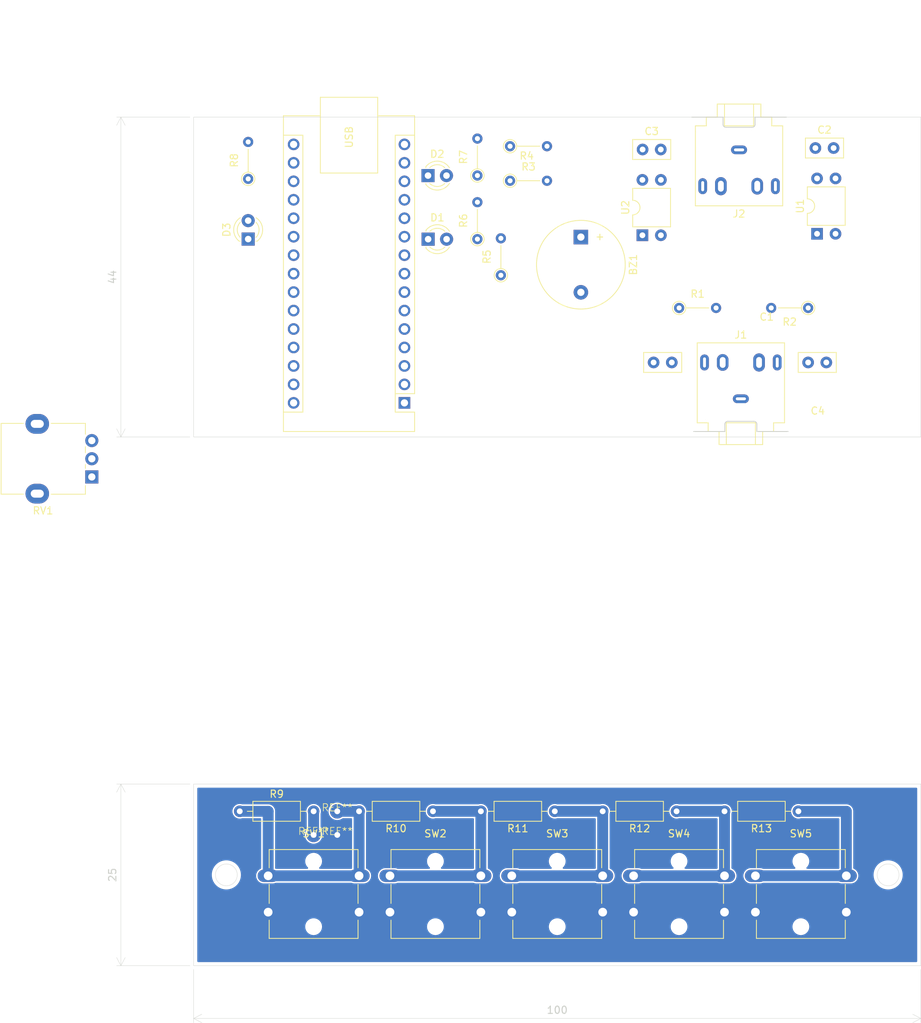
<source format=kicad_pcb>
(kicad_pcb (version 20241229) (generator "pcbnew") (generator_version "9.0")
  (layers (0 "F.Cu" signal) (2 "B.Cu" signal) (15 "B.Paste" user) (5 "F.SilkS" user "F.Silkscreen") (7 "B.SilkS" user "B.Silkscreen") (1 "F.Mask" user) (3 "B.Mask" user) (25 "Edge.Cuts" user))
  (net 0 "")
  (net 1 "Net-(A1-A1)")
  (net 2 "Net-(A1-A0)")
  (net 6 "Net-(A1-D2)")
  (net 9 "+5V")
  (net 10 "Net-(A1-D13)")
  (net 11 "Net-(A1-D4)")
  (net 13 "Net-(A1-D11)")
  (net 23 "GND")
  (net 27 "Net-(A1-D12)")
  (net 29 "Net-(A1-D3)")
  (net 30 "Net-(BZ1-+)")
  (net 31 "Net-(C2-Pad2)")
  (net 32 "Net-(C2-Pad1)")
  (net 33 "Net-(C3-Pad1)")
  (net 34 "Net-(D1-A)")
  (net 35 "Net-(D2-A)")
  (net 36 "Net-(D3-A)")
  (net 37 "Net-(R3-Pad2)")
  (net 38 "Net-(R4-Pad2)")
  (net 39 "Net-(R10-Pad1)")
  (net 40 "Net-(R11-Pad1)")
  (net 41 "Net-(R12-Pad1)")
  (net 42 "Net-(R13-Pad1)")
  (net 43 "/A1")
  (footprint "Buzzer_Beeper:Buzzer_12x9.5RM7.6" (layer "F.Cu") (at 100 80.5 -90)
    (property "Reference" "BZ1" (at 3.8 -7.2 90) (layer "F.SilkS"))
    (property "Value" "Buzzer")
    (fp_circle (center 3.8 0) (end 9.9 0) (stroke (width 0.12)) (fill no) (layer "F.SilkS"))
    (fp_text user "+" (at -0.01 -2.54 90) (layer "F.SilkS"))
    (pad "1" thru_hole rect (at 0 0 270) (size 2 2) (drill 1) (layers "*.Cu" "*.Mask") (net 30 "Net-(BZ1-+)"))
    (pad "2" thru_hole circle (at 7.6 0 270) (size 2 2) (drill 1) (layers "*.Cu" "*.Mask") (net 23 "GND"))
  )
  (footprint "Package_DIP:DIP-4_W7.62mm" (layer "F.Cu") (at 132.475 80.05 90)
    (property "Reference" "U1" (at 3.81 -2.33 90) (layer "F.SilkS"))
    (property "Value" "PC817")
    (fp_line (start 6.46 -1.33) (end 4.81 -1.33) (stroke (width 0.12)) (layer "F.SilkS"))
    (fp_line (start 2.81 -1.33) (end 1.16 -1.33) (stroke (width 0.12)) (layer "F.SilkS"))
    (fp_line (start 1.16 -1.33) (end 1.16 3.87) (stroke (width 0.12)) (layer "F.SilkS"))
    (fp_line (start 6.46 3.87) (end 6.46 -1.33) (stroke (width 0.12)) (layer "F.SilkS"))
    (fp_line (start 1.16 3.87) (end 6.46 3.87) (stroke (width 0.12)) (layer "F.SilkS"))
    (fp_arc (start 4.81 -1.33) (mid 3.81 -0.33) (end 2.81 -1.33) (stroke (width 0.12)) (layer "F.SilkS"))
    (pad "1" thru_hole rect (at 0 0 90) (size 1.6 1.6) (drill 0.8) (layers "*.Cu" "*.Mask") (net 37 "Net-(R3-Pad2)"))
    (pad "2" thru_hole oval (at 0 2.54 90) (size 1.6 1.6) (drill 0.8) (layers "*.Cu" "*.Mask") (net 23 "GND"))
    (pad "3" thru_hole oval (at 7.62 2.54 90) (size 1.6 1.6) (drill 0.8) (layers "*.Cu" "*.Mask") (net 31 "Net-(C2-Pad2)"))
    (pad "4" thru_hole oval (at 7.62 0 90) (size 1.6 1.6) (drill 0.8) (layers "*.Cu" "*.Mask") (net 32 "Net-(C2-Pad1)"))
  )
  (footprint "Resistor_THT:R_Axial_DIN0207_L6.3mm_D2.5mm_P10.16mm_Horizontal" (layer "F.Cu") (at 53.09 159.5)
    (property "Reference" "R9" (at 5.08 -2.37 0) (layer "F.SilkS"))
    (property "Value" "10k")
    (fp_line (start 1.04 0) (end 1.81 0) (stroke (width 0.12)) (layer "F.SilkS"))
    (fp_line (start 1.81 -1.37) (end 1.81 1.37) (stroke (width 0.12)) (layer "F.SilkS"))
    (fp_line (start 1.81 1.37) (end 8.35 1.37) (stroke (width 0.12)) (layer "F.SilkS"))
    (fp_line (start 8.35 -1.37) (end 1.81 -1.37) (stroke (width 0.12)) (layer "F.SilkS"))
    (fp_line (start 8.35 1.37) (end 8.35 -1.37) (stroke (width 0.12)) (layer "F.SilkS"))
    (fp_line (start 9.12 0) (end 8.35 0) (stroke (width 0.12)) (layer "F.SilkS"))
    (pad "1" thru_hole circle (at 0 0) (size 1.6 1.6) (drill 0.8) (layers "*.Cu" "*.Mask") (net 43 "/A1"))
    (pad "2" thru_hole oval (at 10.16 0) (size 1.6 1.6) (drill 0.8) (layers "*.Cu" "*.Mask") (net 9 "+5V"))
  )
  (footprint "Module:Arduino_Nano" (layer "F.Cu") (at 75.74 103.31 180)
    (property "Reference" "A1" (hide yes))
    (property "Value" "Arduino_Nano_v3.x")
    (fp_line (start 16.64 39.5) (end 16.64 -3.94) (stroke (width 0.12)) (layer "F.SilkS"))
    (fp_line (start 16.64 39.5) (end 11.56 39.5) (stroke (width 0.12)) (layer "F.SilkS"))
    (fp_line (start 16.64 -3.94) (end -1.4 -3.94) (stroke (width 0.12)) (layer "F.SilkS"))
    (fp_line (start 13.97 36.83) (end 16.64 36.83) (stroke (width 0.12)) (layer "F.SilkS"))
    (fp_line (start 13.97 -1.27) (end 16.64 -1.27) (stroke (width 0.12)) (layer "F.SilkS"))
    (fp_line (start 13.97 -1.27) (end 13.97 36.83) (stroke (width 0.12)) (layer "F.SilkS"))
    (fp_line (start 11.56 42.04) (end 3.68 42.04) (stroke (width 0.12)) (layer "F.SilkS"))
    (fp_line (start 11.56 31.62) (end 11.56 42.04) (stroke (width 0.12)) (layer "F.SilkS"))
    (fp_line (start 3.68 42.04) (end 3.68 31.62) (stroke (width 0.12)) (layer "F.SilkS"))
    (fp_line (start 3.68 31.62) (end 11.56 31.62) (stroke (width 0.12)) (layer "F.SilkS"))
    (fp_line (start 1.27 36.83) (end -1.4 36.83) (stroke (width 0.12)) (layer "F.SilkS"))
    (fp_line (start 1.27 1.27) (end 1.27 36.83) (stroke (width 0.12)) (layer "F.SilkS"))
    (fp_line (start 1.27 1.27) (end 1.27 -1.27) (stroke (width 0.12)) (layer "F.SilkS"))
    (fp_line (start 1.27 1.27) (end -1.4 1.27) (stroke (width 0.12)) (layer "F.SilkS"))
    (fp_line (start 1.27 -1.27) (end -1.4 -1.27) (stroke (width 0.12)) (layer "F.SilkS"))
    (fp_line (start -1.4 39.5) (end 3.68 39.5) (stroke (width 0.12)) (layer "F.SilkS"))
    (fp_line (start -1.4 1.27) (end -1.4 39.5) (stroke (width 0.12)) (layer "F.SilkS"))
    (fp_line (start -1.4 -3.94) (end -1.4 -1.27) (stroke (width 0.12)) (layer "F.SilkS"))
    (fp_text user "USB" (at 7.61 36.56 90) (layer "F.SilkS"))
    (pad "1" thru_hole rect (at 0 0 180) (size 1.6 1.6) (drill 1) (layers "*.Cu" "*.Mask"))
    (pad "2" thru_hole oval (at 0 2.54 180) (size 1.6 1.6) (drill 1) (layers "*.Cu" "*.Mask"))
    (pad "3" thru_hole oval (at 0 5.08 180) (size 1.6 1.6) (drill 1) (layers "*.Cu" "*.Mask"))
    (pad "4" thru_hole oval (at 0 7.62 180) (size 1.6 1.6) (drill 1) (layers "*.Cu" "*.Mask") (net 23 "GND"))
    (pad "5" thru_hole oval (at 0 10.16 180) (size 1.6 1.6) (drill 1) (layers "*.Cu" "*.Mask") (net 6 "Net-(A1-D2)"))
    (pad "6" thru_hole oval (at 0 12.7 180) (size 1.6 1.6) (drill 1) (layers "*.Cu" "*.Mask") (net 29 "Net-(A1-D3)"))
    (pad "7" thru_hole oval (at 0 15.24 180) (size 1.6 1.6) (drill 1) (layers "*.Cu" "*.Mask") (net 11 "Net-(A1-D4)"))
    (pad "8" thru_hole oval (at 0 17.78 180) (size 1.6 1.6) (drill 1) (layers "*.Cu" "*.Mask"))
    (pad "9" thru_hole oval (at 0 20.32 180) (size 1.6 1.6) (drill 1) (layers "*.Cu" "*.Mask"))
    (pad "10" thru_hole oval (at 0 22.86 180) (size 1.6 1.6) (drill 1) (layers "*.Cu" "*.Mask"))
    (pad "11" thru_hole oval (at 0 25.4 180) (size 1.6 1.6) (drill 1) (layers "*.Cu" "*.Mask"))
    (pad "12" thru_hole oval (at 0 27.94 180) (size 1.6 1.6) (drill 1) (layers "*.Cu" "*.Mask"))
    (pad "13" thru_hole oval (at 0 30.48 180) (size 1.6 1.6) (drill 1) (layers "*.Cu" "*.Mask"))
    (pad "14" thru_hole oval (at 0 33.02 180) (size 1.6 1.6) (drill 1) (layers "*.Cu" "*.Mask") (net 13 "Net-(A1-D11)"))
    (pad "15" thru_hole oval (at 0 35.56 180) (size 1.6 1.6) (drill 1) (layers "*.Cu" "*.Mask") (net 27 "Net-(A1-D12)"))
    (pad "16" thru_hole oval (at 15.24 35.56 180) (size 1.6 1.6) (drill 1) (layers "*.Cu" "*.Mask") (net 10 "Net-(A1-D13)"))
    (pad "17" thru_hole oval (at 15.24 33.02 180) (size 1.6 1.6) (drill 1) (layers "*.Cu" "*.Mask"))
    (pad "18" thru_hole oval (at 15.24 30.48 180) (size 1.6 1.6) (drill 1) (layers "*.Cu" "*.Mask"))
    (pad "19" thru_hole oval (at 15.24 27.94 180) (size 1.6 1.6) (drill 1) (layers "*.Cu" "*.Mask") (net 2 "Net-(A1-A0)"))
    (pad "20" thru_hole oval (at 15.24 25.4 180) (size 1.6 1.6) (drill 1) (layers "*.Cu" "*.Mask") (net 43 "/A1"))
    (pad "21" thru_hole oval (at 15.24 22.86 180) (size 1.6 1.6) (drill 1) (layers "*.Cu" "*.Mask"))
    (pad "22" thru_hole oval (at 15.24 20.32 180) (size 1.6 1.6) (drill 1) (layers "*.Cu" "*.Mask"))
    (pad "23" thru_hole oval (at 15.24 17.78 180) (size 1.6 1.6) (drill 1) (layers "*.Cu" "*.Mask"))
    (pad "24" thru_hole oval (at 15.24 15.24 180) (size 1.6 1.6) (drill 1) (layers "*.Cu" "*.Mask"))
    (pad "25" thru_hole oval (at 15.24 12.7 180) (size 1.6 1.6) (drill 1) (layers "*.Cu" "*.Mask"))
    (pad "26" thru_hole oval (at 15.24 10.16 180) (size 1.6 1.6) (drill 1) (layers "*.Cu" "*.Mask"))
    (pad "27" thru_hole oval (at 15.24 7.62 180) (size 1.6 1.6) (drill 1) (layers "*.Cu" "*.Mask") (net 9 "+5V"))
    (pad "28" thru_hole oval (at 15.24 5.08 180) (size 1.6 1.6) (drill 1) (layers "*.Cu" "*.Mask"))
    (pad "29" thru_hole oval (at 15.24 2.54 180) (size 1.6 1.6) (drill 1) (layers "*.Cu" "*.Mask") (net 23 "GND"))
    (pad "30" thru_hole oval (at 15.24 0 180) (size 1.6 1.6) (drill 1) (layers "*.Cu" "*.Mask"))
  )
  (footprint "Connector_Audio:Jack_3.5mm_CUI_SJ1-3525N_Horizontal" (layer "F.Cu") (at 122 102.75)
    (property "Reference" "J1" (at 0 -8.8 0) (layer "F.SilkS"))
    (property "Value" "INPUT KEY")
    (fp_line (start -6 -7.7) (end 6 -7.7) (stroke (width 0.12)) (layer "F.SilkS"))
    (fp_line (start -6 3.3) (end -6 -7.7) (stroke (width 0.12)) (layer "F.SilkS"))
    (fp_line (start -4.5 3.3) (end -6 3.3) (stroke (width 0.12)) (layer "F.SilkS"))
    (fp_line (start -4.5 4.5) (end -4.5 3.3) (stroke (width 0.12)) (layer "F.SilkS"))
    (fp_line (start -3 4.5) (end -4.5 4.5) (stroke (width 0.12)) (layer "F.SilkS"))
    (fp_line (start -3 6.3) (end -3 4.5) (stroke (width 0.12)) (layer "F.SilkS"))
    (fp_line (start -2 3.3) (end -2 6.3) (stroke (width 0.12)) (layer "F.SilkS"))
    (fp_line (start 2 3.3) (end -2 3.3) (stroke (width 0.12)) (layer "F.SilkS"))
    (fp_line (start 2 6.3) (end 2 3.3) (stroke (width 0.12)) (layer "F.SilkS"))
    (fp_line (start 3 4.5) (end 3 6.3) (stroke (width 0.12)) (layer "F.SilkS"))
    (fp_line (start 3 6.3) (end -3 6.3) (stroke (width 0.12)) (layer "F.SilkS"))
    (fp_line (start 4.5 3.3) (end 4.5 4.5) (stroke (width 0.12)) (layer "F.SilkS"))
    (fp_line (start 4.5 4.5) (end 3 4.5) (stroke (width 0.12)) (layer "F.SilkS"))
    (fp_line (start 6 -7.7) (end 6 3.3) (stroke (width 0.12)) (layer "F.SilkS"))
    (fp_line (start 6 3.3) (end 4.5 3.3) (stroke (width 0.12)) (layer "F.SilkS"))
    (fp_line (start -2.2 3.5) (end -2.2 4.5) (stroke (width 0.12)) (layer "Edge.Cuts"))
    (fp_line (start -2.2 4.5) (end -6.5 4.5) (stroke (width 0.12)) (layer "Edge.Cuts"))
    (fp_line (start 1.8 3.1) (end -1.8 3.1) (stroke (width 0.12)) (layer "Edge.Cuts"))
    (fp_line (start 2.2 3.5) (end 2.2 4.5) (stroke (width 0.12)) (layer "Edge.Cuts"))
    (fp_line (start 2.2 4.5) (end 6.5 4.5) (stroke (width 0.12)) (layer "Edge.Cuts"))
    (fp_arc (start -2.2 3.5) (mid -2.082842 3.217158) (end -1.8 3.1) (stroke (width 0.12)) (layer "Edge.Cuts"))
    (fp_arc (start 1.8 3.1) (mid 2.082843 3.217157) (end 2.2 3.5) (stroke (width 0.12)) (layer "Edge.Cuts"))
    (pad "" np_thru_hole circle (at -5 0) (size 1.2 1.2) (drill 1.2) (layers "*.Cu" "*.Mask"))
    (pad "" np_thru_hole circle (at -5 2.5) (size 1.2 1.2) (drill 1.2) (layers "*.Cu" "*.Mask"))
    (pad "" np_thru_hole circle (at 0 -5) (size 1.2 1.2) (drill 1.2) (layers "*.Cu" "*.Mask"))
    (pad "" np_thru_hole circle (at 5 0) (size 1.2 1.2) (drill 1.2) (layers "*.Cu" "*.Mask"))
    (pad "" np_thru_hole circle (at 5 2.5) (size 1.2 1.2) (drill 1.2) (layers "*.Cu" "*.Mask"))
    (pad "R" thru_hole oval (at -5 -5) (size 1.2 2.2) (drill oval 0.4 1.4) (layers "*.Cu" "*.Mask") (net 29 "Net-(A1-D3)"))
    (pad "RN" thru_hole oval (at -2.5 -5) (size 1.6 2.3) (drill oval 0.8 1.5) (layers "*.Cu" "*.Mask"))
    (pad "S" thru_hole oval (at 0 0) (size 2.2 1.2) (drill oval 1.4 0.4) (layers "*.Cu" "*.Mask") (net 23 "GND"))
    (pad "T" thru_hole oval (at 5 -5 180) (size 1.2 2.2) (drill oval 0.4 1.4) (layers "*.Cu" "*.Mask") (net 6 "Net-(A1-D2)"))
    (pad "TN" thru_hole oval (at 2.5 -5 180) (size 1.6 2.5) (drill oval 0.8 1.5) (layers "*.Cu" "*.Mask"))
  )
  (footprint "Resistor_THT:R_Axial_DIN0204_L3.6mm_D1.6mm_P5.08mm_Vertical" (layer "F.Cu") (at 89 85.75 90)
    (property "Reference" "R5" (at 2.54 -1.92 90) (layer "F.SilkS"))
    (property "Value" "100")
    (fp_line (start 0.92 0) (end 4.08 0) (stroke (width 0.12)) (layer "F.SilkS"))
    (fp_circle (center 0 0) (end 0.92 0) (stroke (width 0.12)) (fill no) (layer "F.SilkS"))
    (pad "1" thru_hole circle (at 0 0 90) (size 1.4 1.4) (drill 0.7) (layers "*.Cu" "*.Mask") (net 11 "Net-(A1-D4)"))
    (pad "2" thru_hole oval (at 5.08 0 90) (size 1.4 1.4) (drill 0.7) (layers "*.Cu" "*.Mask") (net 30 "Net-(BZ1-+)"))
  )
  (footprint "Button_Switch_THT:SW_SPST_Omron_B3F-50xx" (layer "F.Cu") (at 124 168.375)
    (property "Reference" "SW5" (at 6.25 -5.8 0) (layer "F.SilkS"))
    (property "Value" "MEM4")
    (fp_line (start 0.14 -3.61) (end 0.14 -1.1) (stroke (width 0.12)) (layer "F.SilkS"))
    (fp_line (start 0.14 -3.61) (end 12.36 -3.61) (stroke (width 0.12)) (layer "F.SilkS"))
    (fp_line (start 0.14 1.2) (end 0.14 3.8) (stroke (width 0.12)) (layer "F.SilkS"))
    (fp_line (start 0.14 6.1) (end 0.14 8.61) (stroke (width 0.12)) (layer "F.SilkS"))
    (fp_line (start 12.36 -3.61) (end 12.36 -1.1) (stroke (width 0.12)) (layer "F.SilkS"))
    (fp_line (start 12.36 1.2) (end 12.36 3.8) (stroke (width 0.12)) (layer "F.SilkS"))
    (fp_line (start 12.36 6.1) (end 12.36 8.61) (stroke (width 0.12)) (layer "F.SilkS"))
    (fp_line (start 12.36 8.61) (end 0.14 8.61) (stroke (width 0.12)) (layer "F.SilkS"))
    (pad "" np_thru_hole circle (at 6.25 -2) (size 1.8 1.8) (drill 1.8) (layers "*.Cu" "*.Mask"))
    (pad "" np_thru_hole circle (at 6.25 7) (size 1.8 1.8) (drill 1.8) (layers "*.Cu" "*.Mask"))
    (pad "1" thru_hole oval (at 0 0) (size 2.9 1.7) (drill 1.2) (layers "*.Cu" "*.Mask") (net 42 "Net-(R13-Pad1)"))
    (pad "1" thru_hole oval (at 12.5 0) (size 2.9 1.7) (drill 1.2) (layers "*.Cu" "*.Mask") (net 42 "Net-(R13-Pad1)"))
    (pad "2" thru_hole oval (at 0 5) (size 2.9 1.7) (drill 1.2) (layers "*.Cu" "*.Mask") (net 23 "GND"))
    (pad "2" thru_hole oval (at 12.5 5) (size 2.9 1.7) (drill 1.2) (layers "*.Cu" "*.Mask") (net 23 "GND"))
  )
  (footprint "Capacitor_THT:C_Disc_D5.0mm_W2.5mm_P2.50mm" (layer "F.Cu") (at 108.485 68.45)
    (property "Reference" "C3" (at 1.25 -2.5 0) (layer "F.SilkS"))
    (property "Value" "10nF")
    (fp_line (start -1.37 -1.37) (end -1.37 1.37) (stroke (width 0.12)) (layer "F.SilkS"))
    (fp_line (start -1.37 -1.37) (end 3.87 -1.37) (stroke (width 0.12)) (layer "F.SilkS"))
    (fp_line (start -1.37 1.37) (end 3.87 1.37) (stroke (width 0.12)) (layer "F.SilkS"))
    (fp_line (start 3.87 -1.37) (end 3.87 1.37) (stroke (width 0.12)) (layer "F.SilkS"))
    (pad "1" thru_hole circle (at 0 0) (size 1.6 1.6) (drill 0.8) (layers "*.Cu" "*.Mask") (net 33 "Net-(C3-Pad1)"))
    (pad "2" thru_hole circle (at 2.5 0) (size 1.6 1.6) (drill 0.8) (layers "*.Cu" "*.Mask") (net 31 "Net-(C2-Pad2)"))
  )
  (footprint "Button_Switch_THT:SW_SPST_Omron_B3F-50xx" (layer "F.Cu") (at 73.75 168.375)
    (property "Reference" "SW2" (at 6.25 -5.8 0) (layer "F.SilkS"))
    (property "Value" "MEM1")
    (fp_line (start 0.14 -3.61) (end 0.14 -1.1) (stroke (width 0.12)) (layer "F.SilkS"))
    (fp_line (start 0.14 -3.61) (end 12.36 -3.61) (stroke (width 0.12)) (layer "F.SilkS"))
    (fp_line (start 0.14 1.2) (end 0.14 3.8) (stroke (width 0.12)) (layer "F.SilkS"))
    (fp_line (start 0.14 6.1) (end 0.14 8.61) (stroke (width 0.12)) (layer "F.SilkS"))
    (fp_line (start 12.36 -3.61) (end 12.36 -1.1) (stroke (width 0.12)) (layer "F.SilkS"))
    (fp_line (start 12.36 1.2) (end 12.36 3.8) (stroke (width 0.12)) (layer "F.SilkS"))
    (fp_line (start 12.36 6.1) (end 12.36 8.61) (stroke (width 0.12)) (layer "F.SilkS"))
    (fp_line (start 12.36 8.61) (end 0.14 8.61) (stroke (width 0.12)) (layer "F.SilkS"))
    (pad "" np_thru_hole circle (at 6.25 -2) (size 1.8 1.8) (drill 1.8) (layers "*.Cu" "*.Mask"))
    (pad "" np_thru_hole circle (at 6.25 7) (size 1.8 1.8) (drill 1.8) (layers "*.Cu" "*.Mask"))
    (pad "1" thru_hole oval (at 0 0) (size 2.9 1.7) (drill 1.2) (layers "*.Cu" "*.Mask") (net 39 "Net-(R10-Pad1)"))
    (pad "1" thru_hole oval (at 12.5 0) (size 2.9 1.7) (drill 1.2) (layers "*.Cu" "*.Mask") (net 39 "Net-(R10-Pad1)"))
    (pad "2" thru_hole oval (at 0 5) (size 2.9 1.7) (drill 1.2) (layers "*.Cu" "*.Mask") (net 23 "GND"))
    (pad "2" thru_hole oval (at 12.5 5) (size 2.9 1.7) (drill 1.2) (layers "*.Cu" "*.Mask") (net 23 "GND"))
  )
  (footprint "LED_THT:LED_D3.0mm" (layer "F.Cu") (at 78.98 72.04)
    (property "Reference" "D2" (at 1.27 -2.96 0) (layer "F.SilkS"))
    (property "Value" "LED")
    (fp_line (start -0.29 -1.08) (end -0.29 -1.236) (stroke (width 0.12)) (layer "F.SilkS"))
    (fp_line (start -0.29 1.236) (end -0.29 1.08) (stroke (width 0.12)) (layer "F.SilkS"))
    (fp_arc (start -0.29 -1.235516) (mid 1.366487 -1.987659) (end 2.942335 -1.078608) (stroke (width 0.12)) (layer "F.SilkS"))
    (fp_arc (start 0.229039 -1.08) (mid 1.270117 -1.5) (end 2.31113 -1.079837) (stroke (width 0.12)) (layer "F.SilkS"))
    (fp_arc (start 2.31113 1.079837) (mid 1.270117 1.5) (end 0.229039 1.08) (stroke (width 0.12)) (layer "F.SilkS"))
    (fp_arc (start 2.942335 1.078608) (mid 1.366487 1.987659) (end -0.29 1.235516) (stroke (width 0.12)) (layer "F.SilkS"))
    (pad "1" thru_hole rect (at 0 0) (size 1.8 1.8) (drill 0.9) (layers "*.Cu" "*.Mask") (net 23 "GND"))
    (pad "2" thru_hole circle (at 2.54 0) (size 1.8 1.8) (drill 0.9) (layers "*.Cu" "*.Mask") (net 35 "Net-(D2-A)"))
  )
  (footprint "Resistor_THT:R_Axial_DIN0207_L6.3mm_D2.5mm_P10.16mm_Horizontal" (layer "F.Cu") (at 96.41 159.5 180)
    (property "Reference" "R11" (at 5.08 -2.37 180) (layer "F.SilkS"))
    (property "Value" "1k")
    (fp_line (start 9.12 0) (end 8.35 0) (stroke (width 0.12)) (layer "F.SilkS"))
    (fp_line (start 8.35 1.37) (end 8.35 -1.37) (stroke (width 0.12)) (layer "F.SilkS"))
    (fp_line (start 8.35 -1.37) (end 1.81 -1.37) (stroke (width 0.12)) (layer "F.SilkS"))
    (fp_line (start 1.81 1.37) (end 8.35 1.37) (stroke (width 0.12)) (layer "F.SilkS"))
    (fp_line (start 1.81 -1.37) (end 1.81 1.37) (stroke (width 0.12)) (layer "F.SilkS"))
    (fp_line (start 1.04 0) (end 1.81 0) (stroke (width 0.12)) (layer "F.SilkS"))
    (pad "1" thru_hole circle (at 0 0 180) (size 1.6 1.6) (drill 0.8) (layers "*.Cu" "*.Mask") (net 40 "Net-(R11-Pad1)"))
    (pad "2" thru_hole oval (at 10.16 0 180) (size 1.6 1.6) (drill 0.8) (layers "*.Cu" "*.Mask") (net 39 "Net-(R10-Pad1)"))
  )
  (footprint "Resistor_THT:R_Axial_DIN0204_L3.6mm_D1.6mm_P5.08mm_Vertical" (layer "F.Cu") (at 85.77 72.03 90)
    (property "Reference" "R7" (at 2.54 -1.92 90) (layer "F.SilkS"))
    (property "Value" "470")
    (fp_line (start 0.92 0) (end 4.08 0) (stroke (width 0.12)) (layer "F.SilkS"))
    (fp_circle (center 0 0) (end 0.92 0) (stroke (width 0.12)) (fill no) (layer "F.SilkS"))
    (pad "1" thru_hole circle (at 0 0 90) (size 1.4 1.4) (drill 0.7) (layers "*.Cu" "*.Mask") (net 35 "Net-(D2-A)"))
    (pad "2" thru_hole oval (at 5.08 0 90) (size 1.4 1.4) (drill 0.7) (layers "*.Cu" "*.Mask") (net 27 "Net-(A1-D12)"))
  )
  (footprint "Resistor_THT:R_Axial_DIN0204_L3.6mm_D1.6mm_P5.08mm_Vertical" (layer "F.Cu") (at 131.25 90.25 180)
    (property "Reference" "R2" (at 2.54 -1.92 0) (layer "F.SilkS"))
    (property "Value" "10k")
    (fp_line (start 0.92 0) (end 4.08 0) (stroke (width 0.12)) (layer "F.SilkS"))
    (fp_circle (center 0 0) (end 0.92 0) (stroke (width 0.12)) (fill no) (layer "F.SilkS"))
    (pad "1" thru_hole circle (at 0 0 180) (size 1.4 1.4) (drill 0.7) (layers "*.Cu" "*.Mask") (net 6 "Net-(A1-D2)"))
    (pad "2" thru_hole oval (at 5.08 0 180) (size 1.4 1.4) (drill 0.7) (layers "*.Cu" "*.Mask") (net 9 "+5V"))
  )
  (footprint "Potentiometer_THT:Potentiometer_Alpha_RD901F-40-00D_Single_Vertical" (layer "F.Cu") (at 32.75 113.5 180)
    (property "Reference" "RV1" (at 6.71 -4.64 0) (layer "F.SilkS"))
    (property "Value" "10k")
    (fp_line (start 12.47 7.37) (end 9.41 7.37) (stroke (width 0.12)) (layer "F.SilkS"))
    (fp_line (start 12.47 -2.37) (end 12.47 7.37) (stroke (width 0.12)) (layer "F.SilkS"))
    (fp_line (start 12.47 -2.37) (end 9.41 -2.37) (stroke (width 0.12)) (layer "F.SilkS"))
    (fp_line (start 5.6 7.37) (end 0.88 7.37) (stroke (width 0.12)) (layer "F.SilkS"))
    (fp_line (start 5.6 -2.38) (end 0.88 -2.38) (stroke (width 0.12)) (layer "F.SilkS"))
    (fp_line (start 0.88 5.88) (end 0.88 7.37) (stroke (width 0.12)) (layer "F.SilkS"))
    (fp_line (start 0.88 3.33) (end 0.88 4.16) (stroke (width 0.12)) (layer "F.SilkS"))
    (fp_line (start 0.88 1.18) (end 0.88 1.71) (stroke (width 0.12)) (layer "F.SilkS"))
    (fp_line (start 0.88 -2.37) (end 0.88 -1.19) (stroke (width 0.12)) (layer "F.SilkS"))
    (pad "" thru_hole oval (at 7.5 -2.3 270) (size 2.72 3.24) (drill oval 1.1 1.8) (layers "*.Cu" "*.Mask"))
    (pad "" thru_hole oval (at 7.5 7.3 270) (size 2.72 3.24) (drill oval 1.1 1.8) (layers "*.Cu" "*.Mask"))
    (pad "1" thru_hole rect (at 0 0 270) (size 1.8 1.8) (drill 1) (layers "*.Cu" "*.Mask") (net 9 "+5V"))
    (pad "2" thru_hole circle (at 0 2.5 270) (size 1.8 1.8) (drill 1) (layers "*.Cu" "*.Mask") (net 2 "Net-(A1-A0)"))
    (pad "3" thru_hole circle (at 0 5 270) (size 1.8 1.8) (drill 1) (layers "*.Cu" "*.Mask") (net 23 "GND"))
  )
  (footprint "Package_DIP:DIP-4_W7.62mm" (layer "F.Cu") (at 108.46 80.25 90)
    (property "Reference" "U2" (at 3.81 -2.33 90) (layer "F.SilkS"))
    (property "Value" "PC817")
    (fp_line (start 6.46 -1.33) (end 4.81 -1.33) (stroke (width 0.12)) (layer "F.SilkS"))
    (fp_line (start 2.81 -1.33) (end 1.16 -1.33) (stroke (width 0.12)) (layer "F.SilkS"))
    (fp_line (start 1.16 -1.33) (end 1.16 3.87) (stroke (width 0.12)) (layer "F.SilkS"))
    (fp_line (start 6.46 3.87) (end 6.46 -1.33) (stroke (width 0.12)) (layer "F.SilkS"))
    (fp_line (start 1.16 3.87) (end 6.46 3.87) (stroke (width 0.12)) (layer "F.SilkS"))
    (fp_arc (start 4.81 -1.33) (mid 3.81 -0.33) (end 2.81 -1.33) (stroke (width 0.12)) (layer "F.SilkS"))
    (pad "1" thru_hole rect (at 0 0 90) (size 1.6 1.6) (drill 0.8) (layers "*.Cu" "*.Mask") (net 38 "Net-(R4-Pad2)"))
    (pad "2" thru_hole oval (at 0 2.54 90) (size 1.6 1.6) (drill 0.8) (layers "*.Cu" "*.Mask") (net 23 "GND"))
    (pad "3" thru_hole oval (at 7.62 2.54 90) (size 1.6 1.6) (drill 0.8) (layers "*.Cu" "*.Mask") (net 31 "Net-(C2-Pad2)"))
    (pad "4" thru_hole oval (at 7.62 0 90) (size 1.6 1.6) (drill 0.8) (layers "*.Cu" "*.Mask") (net 33 "Net-(C3-Pad1)"))
  )
  (footprint "Resistor_THT:R_Axial_DIN0204_L3.6mm_D1.6mm_P5.08mm_Vertical" (layer "F.Cu") (at 113.51 90.25)
    (property "Reference" "R1" (at 2.54 -1.92 0) (layer "F.SilkS"))
    (property "Value" "10k")
    (fp_line (start 0.92 0) (end 4.08 0) (stroke (width 0.12)) (layer "F.SilkS"))
    (fp_circle (center 0 0) (end 0.92 0) (stroke (width 0.12)) (fill no) (layer "F.SilkS"))
    (pad "1" thru_hole circle (at 0 0) (size 1.4 1.4) (drill 0.7) (layers "*.Cu" "*.Mask") (net 29 "Net-(A1-D3)"))
    (pad "2" thru_hole oval (at 5.08 0) (size 1.4 1.4) (drill 0.7) (layers "*.Cu" "*.Mask") (net 9 "+5V"))
  )
  (footprint "Connector_Audio:Jack_3.5mm_CUI_SJ1-3525N_Horizontal" (layer "F.Cu") (at 121.75 68.5 180)
    (property "Reference" "J2" (at 0 -8.8 0) (layer "F.SilkS"))
    (property "Value" "OUTPUT KEY/PTT")
    (fp_line (start 6 3.3) (end 4.5 3.3) (stroke (width 0.12)) (layer "F.SilkS"))
    (fp_line (start 6 -7.7) (end 6 3.3) (stroke (width 0.12)) (layer "F.SilkS"))
    (fp_line (start 4.5 4.5) (end 3 4.5) (stroke (width 0.12)) (layer "F.SilkS"))
    (fp_line (start 4.5 3.3) (end 4.5 4.5) (stroke (width 0.12)) (layer "F.SilkS"))
    (fp_line (start 3 6.3) (end -3 6.3) (stroke (width 0.12)) (layer "F.SilkS"))
    (fp_line (start 3 4.5) (end 3 6.3) (stroke (width 0.12)) (layer "F.SilkS"))
    (fp_line (start 2 6.3) (end 2 3.3) (stroke (width 0.12)) (layer "F.SilkS"))
    (fp_line (start 2 3.3) (end -2 3.3) (stroke (width 0.12)) (layer "F.SilkS"))
    (fp_line (start -2 3.3) (end -2 6.3) (stroke (width 0.12)) (layer "F.SilkS"))
    (fp_line (start -3 6.3) (end -3 4.5) (stroke (width 0.12)) (layer "F.SilkS"))
    (fp_line (start -3 4.5) (end -4.5 4.5) (stroke (width 0.12)) (layer "F.SilkS"))
    (fp_line (start -4.5 4.5) (end -4.5 3.3) (stroke (width 0.12)) (layer "F.SilkS"))
    (fp_line (start -4.5 3.3) (end -6 3.3) (stroke (width 0.12)) (layer "F.SilkS"))
    (fp_line (start -6 3.3) (end -6 -7.7) (stroke (width 0.12)) (layer "F.SilkS"))
    (fp_line (start -6 -7.7) (end 6 -7.7) (stroke (width 0.12)) (layer "F.SilkS"))
    (fp_line (start 2.2 4.5) (end 6.5 4.5) (stroke (width 0.12)) (layer "Edge.Cuts"))
    (fp_line (start 2.2 3.5) (end 2.2 4.5) (stroke (width 0.12)) (layer "Edge.Cuts"))
    (fp_line (start 1.8 3.1) (end -1.8 3.1) (stroke (width 0.12)) (layer "Edge.Cuts"))
    (fp_line (start -2.2 4.5) (end -6.5 4.5) (stroke (width 0.12)) (layer "Edge.Cuts"))
    (fp_line (start -2.2 3.5) (end -2.2 4.5) (stroke (width 0.12)) (layer "Edge.Cuts"))
    (fp_arc (start 1.8 3.1) (mid 2.082843 3.217157) (end 2.2 3.5) (stroke (width 0.12)) (layer "Edge.Cuts"))
    (fp_arc (start -2.2 3.5) (mid -2.082842 3.217158) (end -1.8 3.1) (stroke (width 0.12)) (layer "Edge.Cuts"))
    (pad "" np_thru_hole circle (at -5 0 180) (size 1.2 1.2) (drill 1.2) (layers "*.Cu" "*.Mask"))
    (pad "" np_thru_hole circle (at -5 2.5 180) (size 1.2 1.2) (drill 1.2) (layers "*.Cu" "*.Mask"))
    (pad "" np_thru_hole circle (at 0 -5 180) (size 1.2 1.2) (drill 1.2) (layers "*.Cu" "*.Mask"))
    (pad "" np_thru_hole circle (at 5 0 180) (size 1.2 1.2) (drill 1.2) (layers "*.Cu" "*.Mask"))
    (pad "" np_thru_hole circle (at 5 2.5 180) (size 1.2 1.2) (drill 1.2) (layers "*.Cu" "*.Mask"))
    (pad "R" thru_hole oval (at -5 -5 180) (size 1.2 2.2) (drill oval 0.4 1.4) (layers "*.Cu" "*.Mask") (net 32 "Net-(C2-Pad1)"))
    (pad "RN" thru_hole oval (at -2.5 -5 180) (size 1.6 2.3) (drill oval 0.8 1.5) (layers "*.Cu" "*.Mask"))
    (pad "S" thru_hole oval (at 0 0 180) (size 2.2 1.2) (drill oval 1.4 0.4) (layers "*.Cu" "*.Mask") (net 31 "Net-(C2-Pad2)"))
    (pad "T" thru_hole oval (at 5 -5) (size 1.2 2.2) (drill oval 0.4 1.4) (layers "*.Cu" "*.Mask") (net 33 "Net-(C3-Pad1)"))
    (pad "TN" thru_hole oval (at 2.5 -5) (size 1.6 2.5) (drill oval 0.8 1.5) (layers "*.Cu" "*.Mask"))
  )
  (footprint "Resistor_THT:R_Axial_DIN0204_L3.6mm_D1.6mm_P5.08mm_Vertical" (layer "F.Cu") (at 90.26 72.75)
    (property "Reference" "R3" (at 2.54 -1.92 0) (layer "F.SilkS"))
    (property "Value" "220")
    (fp_line (start 0.92 0) (end 4.08 0) (stroke (width 0.12)) (layer "F.SilkS"))
    (fp_circle (center 0 0) (end 0.92 0) (stroke (width 0.12)) (fill no) (layer "F.SilkS"))
    (pad "1" thru_hole circle (at 0 0) (size 1.4 1.4) (drill 0.7) (layers "*.Cu" "*.Mask") (net 13 "Net-(A1-D11)"))
    (pad "2" thru_hole oval (at 5.08 0) (size 1.4 1.4) (drill 0.7) (layers "*.Cu" "*.Mask") (net 37 "Net-(R3-Pad2)"))
  )
  (footprint "LED_THT:LED_D3.0mm" (layer "F.Cu") (at 78.995 80.79)
    (property "Reference" "D1" (at 1.27 -2.96 0) (layer "F.SilkS"))
    (property "Value" "LED")
    (fp_line (start -0.29 -1.08) (end -0.29 -1.236) (stroke (width 0.12)) (layer "F.SilkS"))
    (fp_line (start -0.29 1.236) (end -0.29 1.08) (stroke (width 0.12)) (layer "F.SilkS"))
    (fp_arc (start -0.29 -1.235516) (mid 1.366487 -1.987659) (end 2.942335 -1.078608) (stroke (width 0.12)) (layer "F.SilkS"))
    (fp_arc (start 0.229039 -1.08) (mid 1.270117 -1.5) (end 2.31113 -1.079837) (stroke (width 0.12)) (layer "F.SilkS"))
    (fp_arc (start 2.31113 1.079837) (mid 1.270117 1.5) (end 0.229039 1.08) (stroke (width 0.12)) (layer "F.SilkS"))
    (fp_arc (start 2.942335 1.078608) (mid 1.366487 1.987659) (end -0.29 1.235516) (stroke (width 0.12)) (layer "F.SilkS"))
    (pad "1" thru_hole rect (at 0 0) (size 1.8 1.8) (drill 0.9) (layers "*.Cu" "*.Mask") (net 23 "GND"))
    (pad "2" thru_hole circle (at 2.54 0) (size 1.8 1.8) (drill 0.9) (layers "*.Cu" "*.Mask") (net 34 "Net-(D1-A)"))
  )
  (footprint "Capacitor_THT:C_Disc_D5.0mm_W2.5mm_P2.50mm" (layer "F.Cu") (at 132.25 68.25)
    (property "Reference" "C2" (at 1.25 -2.5 0) (layer "F.SilkS"))
    (property "Value" "10nF")
    (fp_line (start -1.37 -1.37) (end -1.37 1.37) (stroke (width 0.12)) (layer "F.SilkS"))
    (fp_line (start -1.37 -1.37) (end 3.87 -1.37) (stroke (width 0.12)) (layer "F.SilkS"))
    (fp_line (start -1.37 1.37) (end 3.87 1.37) (stroke (width 0.12)) (layer "F.SilkS"))
    (fp_line (start 3.87 -1.37) (end 3.87 1.37) (stroke (width 0.12)) (layer "F.SilkS"))
    (pad "1" thru_hole circle (at 0 0) (size 1.6 1.6) (drill 0.8) (layers "*.Cu" "*.Mask") (net 32 "Net-(C2-Pad1)"))
    (pad "2" thru_hole circle (at 2.5 0) (size 1.6 1.6) (drill 0.8) (layers "*.Cu" "*.Mask") (net 31 "Net-(C2-Pad2)"))
  )
  (footprint "Resistor_THT:R_Axial_DIN0207_L6.3mm_D2.5mm_P10.16mm_Horizontal" (layer "F.Cu") (at 129.91 159.5 180)
    (property "Reference" "R13" (at 5.08 -2.37 180) (layer "F.SilkS"))
    (property "Value" "1k")
    (fp_line (start 9.12 0) (end 8.35 0) (stroke (width 0.12)) (layer "F.SilkS"))
    (fp_line (start 8.35 1.37) (end 8.35 -1.37) (stroke (width 0.12)) (layer "F.SilkS"))
    (fp_line (start 8.35 -1.37) (end 1.81 -1.37) (stroke (width 0.12)) (layer "F.SilkS"))
    (fp_line (start 1.81 1.37) (end 8.35 1.37) (stroke (width 0.12)) (layer "F.SilkS"))
    (fp_line (start 1.81 -1.37) (end 1.81 1.37) (stroke (width 0.12)) (layer "F.SilkS"))
    (fp_line (start 1.04 0) (end 1.81 0) (stroke (width 0.12)) (layer "F.SilkS"))
    (pad "1" thru_hole circle (at 0 0 180) (size 1.6 1.6) (drill 0.8) (layers "*.Cu" "*.Mask") (net 42 "Net-(R13-Pad1)"))
    (pad "2" thru_hole oval (at 10.16 0 180) (size 1.6 1.6) (drill 0.8) (layers "*.Cu" "*.Mask") (net 41 "Net-(R12-Pad1)"))
  )
  (footprint "my_lib:my_pad" (layer "F.Cu") (at 66.5 162.75)
    (property "Reference" "REF**" (at 0 -0.5 0) (layer "F.SilkS") (effects (font (thickness 0.1))))
    (property "Value" "my_pad")
    (pad "1" thru_hole circle (at 0 0) (size 2 2) (drill 0.8) (layers "*.Cu" "*.Mask") (net 23 "GND"))
  )
  (footprint "my_lib:my_pad" (layer "F.Cu") (at 66.5 159.5)
    (property "Reference" "REF**" (at 0 -0.5 0) (layer "F.SilkS") (effects (font (thickness 0.1))))
    (property "Value" "my_pad")
    (pad "1" thru_hole circle (at 0 0) (size 2 2) (drill 0.8) (layers "*.Cu" "*.Mask") (net 1 "Net-(A1-A1)"))
  )
  (footprint "Capacitor_THT:C_Disc_D5.0mm_W2.5mm_P2.50mm" (layer "F.Cu") (at 131.25 97.75)
    (property "Reference" "C4" (at 1.33 6.66 0) (layer "F.SilkS"))
    (property "Value" "10nF")
    (fp_line (start -1.37 -1.37) (end -1.37 1.37) (stroke (width 0.12)) (layer "F.SilkS"))
    (fp_line (start -1.37 -1.37) (end 3.87 -1.37) (stroke (width 0.12)) (layer "F.SilkS"))
    (fp_line (start -1.37 1.37) (end 3.87 1.37) (stroke (width 0.12)) (layer "F.SilkS"))
    (fp_line (start 3.87 -1.37) (end 3.87 1.37) (stroke (width 0.12)) (layer "F.SilkS"))
    (pad "1" thru_hole circle (at 0 0) (size 1.6 1.6) (drill 0.8) (layers "*.Cu" "*.Mask") (net 6 "Net-(A1-D2)"))
    (pad "2" thru_hole circle (at 2.5 0) (size 1.6 1.6) (drill 0.8) (layers "*.Cu" "*.Mask") (net 23 "GND"))
  )
  (footprint "Resistor_THT:R_Axial_DIN0207_L6.3mm_D2.5mm_P10.16mm_Horizontal" (layer "F.Cu") (at 79.66 159.5 180)
    (property "Reference" "R10" (at 5.08 -2.37 180) (layer "F.SilkS"))
    (property "Value" "1k")
    (fp_line (start 9.12 0) (end 8.35 0) (stroke (width 0.12)) (layer "F.SilkS"))
    (fp_line (start 8.35 1.37) (end 8.35 -1.37) (stroke (width 0.12)) (layer "F.SilkS"))
    (fp_line (start 8.35 -1.37) (end 1.81 -1.37) (stroke (width 0.12)) (layer "F.SilkS"))
    (fp_line (start 1.81 1.37) (end 8.35 1.37) (stroke (width 0.12)) (layer "F.SilkS"))
    (fp_line (start 1.81 -1.37) (end 1.81 1.37) (stroke (width 0.12)) (layer "F.SilkS"))
    (fp_line (start 1.04 0) (end 1.81 0) (stroke (width 0.12)) (layer "F.SilkS"))
    (pad "1" thru_hole circle (at 0 0 180) (size 1.6 1.6) (drill 0.8) (layers "*.Cu" "*.Mask") (net 39 "Net-(R10-Pad1)"))
    (pad "2" thru_hole oval (at 10.16 0 180) (size 1.6 1.6) (drill 0.8) (layers "*.Cu" "*.Mask") (net 43 "/A1"))
  )
  (footprint "Resistor_THT:R_Axial_DIN0204_L3.6mm_D1.6mm_P5.08mm_Vertical" (layer "F.Cu") (at 90.26 68)
    (property "Reference" "R4" (at 2.29 1.33 0) (layer "F.SilkS"))
    (property "Value" "220")
    (fp_line (start 0.92 0) (end 4.08 0) (stroke (width 0.12)) (layer "F.SilkS"))
    (fp_circle (center 0 0) (end 0.92 0) (stroke (width 0.12)) (fill no) (layer "F.SilkS"))
    (pad "1" thru_hole circle (at 0 0) (size 1.4 1.4) (drill 0.7) (layers "*.Cu" "*.Mask") (net 27 "Net-(A1-D12)"))
    (pad "2" thru_hole oval (at 5.08 0) (size 1.4 1.4) (drill 0.7) (layers "*.Cu" "*.Mask") (net 38 "Net-(R4-Pad2)"))
  )
  (footprint "Button_Switch_THT:SW_SPST_Omron_B3F-50xx" (layer "F.Cu") (at 90.5 168.375)
    (property "Reference" "SW3" (at 6.25 -5.8 0) (layer "F.SilkS"))
    (property "Value" "MEM2")
    (fp_line (start 0.14 -3.61) (end 0.14 -1.1) (stroke (width 0.12)) (layer "F.SilkS"))
    (fp_line (start 0.14 -3.61) (end 12.36 -3.61) (stroke (width 0.12)) (layer "F.SilkS"))
    (fp_line (start 0.14 1.2) (end 0.14 3.8) (stroke (width 0.12)) (layer "F.SilkS"))
    (fp_line (start 0.14 6.1) (end 0.14 8.61) (stroke (width 0.12)) (layer "F.SilkS"))
    (fp_line (start 12.36 -3.61) (end 12.36 -1.1) (stroke (width 0.12)) (layer "F.SilkS"))
    (fp_line (start 12.36 1.2) (end 12.36 3.8) (stroke (width 0.12)) (layer "F.SilkS"))
    (fp_line (start 12.36 6.1) (end 12.36 8.61) (stroke (width 0.12)) (layer "F.SilkS"))
    (fp_line (start 12.36 8.61) (end 0.14 8.61) (stroke (width 0.12)) (layer "F.SilkS"))
    (pad "" np_thru_hole circle (at 6.25 -2) (size 1.8 1.8) (drill 1.8) (layers "*.Cu" "*.Mask"))
    (pad "" np_thru_hole circle (at 6.25 7) (size 1.8 1.8) (drill 1.8) (layers "*.Cu" "*.Mask"))
    (pad "1" thru_hole oval (at 0 0) (size 2.9 1.7) (drill 1.2) (layers "*.Cu" "*.Mask") (net 40 "Net-(R11-Pad1)"))
    (pad "1" thru_hole oval (at 12.5 0) (size 2.9 1.7) (drill 1.2) (layers "*.Cu" "*.Mask") (net 40 "Net-(R11-Pad1)"))
    (pad "2" thru_hole oval (at 0 5) (size 2.9 1.7) (drill 1.2) (layers "*.Cu" "*.Mask") (net 23 "GND"))
    (pad "2" thru_hole oval (at 12.5 5) (size 2.9 1.7) (drill 1.2) (layers "*.Cu" "*.Mask") (net 23 "GND"))
  )
  (footprint "LED_THT:LED_D3.0mm" (layer "F.Cu") (at 54.25 80.775 90)
    (property "Reference" "D3" (at 1.27 -2.96 90) (layer "F.SilkS"))
    (property "Value" "LED")
    (fp_line (start -0.29 -1.08) (end -0.29 -1.236) (stroke (width 0.12)) (layer "F.SilkS"))
    (fp_line (start -0.29 1.236) (end -0.29 1.08) (stroke (width 0.12)) (layer "F.SilkS"))
    (fp_arc (start -0.29 -1.235516) (mid 1.366487 -1.987659) (end 2.942335 -1.078608) (stroke (width 0.12)) (layer "F.SilkS"))
    (fp_arc (start 0.229039 -1.08) (mid 1.270117 -1.5) (end 2.31113 -1.079837) (stroke (width 0.12)) (layer "F.SilkS"))
    (fp_arc (start 2.942335 1.078608) (mid 1.366487 1.987659) (end -0.29 1.235516) (stroke (width 0.12)) (layer "F.SilkS"))
    (fp_arc (start 2.31113 1.079837) (mid 1.270117 1.5) (end 0.229039 1.08) (stroke (width 0.12)) (layer "F.SilkS"))
    (pad "1" thru_hole rect (at 0 0 90) (size 1.8 1.8) (drill 0.9) (layers "*.Cu" "*.Mask") (net 23 "GND"))
    (pad "2" thru_hole circle (at 2.54 0 90) (size 1.8 1.8) (drill 0.9) (layers "*.Cu" "*.Mask") (net 36 "Net-(D3-A)"))
  )
  (footprint "Resistor_THT:R_Axial_DIN0204_L3.6mm_D1.6mm_P5.08mm_Vertical" (layer "F.Cu") (at 54.25 72.49 90)
    (property "Reference" "R8" (at 2.54 -1.92 90) (layer "F.SilkS"))
    (property "Value" "470")
    (fp_line (start 0.92 0) (end 4.08 0) (stroke (width 0.12)) (layer "F.SilkS"))
    (fp_circle (center 0 0) (end 0.92 0) (stroke (width 0.12)) (fill no) (layer "F.SilkS"))
    (pad "1" thru_hole circle (at 0 0 90) (size 1.4 1.4) (drill 0.7) (layers "*.Cu" "*.Mask") (net 36 "Net-(D3-A)"))
    (pad "2" thru_hole oval (at 5.08 0 90) (size 1.4 1.4) (drill 0.7) (layers "*.Cu" "*.Mask") (net 10 "Net-(A1-D13)"))
  )
  (footprint "Resistor_THT:R_Axial_DIN0207_L6.3mm_D2.5mm_P10.16mm_Horizontal" (layer "F.Cu") (at 113.16 159.5 180)
    (property "Reference" "R12" (at 5.08 -2.37 180) (layer "F.SilkS"))
    (property "Value" "1k")
    (fp_line (start 9.12 0) (end 8.35 0) (stroke (width 0.12)) (layer "F.SilkS"))
    (fp_line (start 8.35 1.37) (end 8.35 -1.37) (stroke (width 0.12)) (layer "F.SilkS"))
    (fp_line (start 8.35 -1.37) (end 1.81 -1.37) (stroke (width 0.12)) (layer "F.SilkS"))
    (fp_line (start 1.81 1.37) (end 8.35 1.37) (stroke (width 0.12)) (layer "F.SilkS"))
    (fp_line (start 1.81 -1.37) (end 1.81 1.37) (stroke (width 0.12)) (layer "F.SilkS"))
    (fp_line (start 1.04 0) (end 1.81 0) (stroke (width 0.12)) (layer "F.SilkS"))
    (pad "1" thru_hole circle (at 0 0 180) (size 1.6 1.6) (drill 0.8) (layers "*.Cu" "*.Mask") (net 41 "Net-(R12-Pad1)"))
    (pad "2" thru_hole oval (at 10.16 0 180) (size 1.6 1.6) (drill 0.8) (layers "*.Cu" "*.Mask") (net 40 "Net-(R11-Pad1)"))
  )
  (footprint "Capacitor_THT:C_Disc_D5.0mm_W2.5mm_P2.50mm" (layer "F.Cu") (at 112.5 97.75 180)
    (property "Reference" "C1" (at -13.05 6.265 0) (layer "F.SilkS"))
    (property "Value" "10nF")
    (fp_line (start 3.87 -1.37) (end 3.87 1.37) (stroke (width 0.12)) (layer "F.SilkS"))
    (fp_line (start -1.37 1.37) (end 3.87 1.37) (stroke (width 0.12)) (layer "F.SilkS"))
    (fp_line (start -1.37 -1.37) (end 3.87 -1.37) (stroke (width 0.12)) (layer "F.SilkS"))
    (fp_line (start -1.37 -1.37) (end -1.37 1.37) (stroke (width 0.12)) (layer "F.SilkS"))
    (pad "1" thru_hole circle (at 0 0 180) (size 1.6 1.6) (drill 0.8) (layers "*.Cu" "*.Mask") (net 29 "Net-(A1-D3)"))
    (pad "2" thru_hole circle (at 2.5 0 180) (size 1.6 1.6) (drill 0.8) (layers "*.Cu" "*.Mask") (net 23 "GND"))
  )
  (footprint "my_lib:my_pad" (layer "F.Cu") (at 63.25 162.75)
    (property "Reference" "REF**" (at 0 -0.5 0) (layer "F.SilkS") (effects (font (thickness 0.1))))
    (property "Value" "my_pad")
    (pad "1" thru_hole circle (at 0 0) (size 2 2) (drill 0.8) (layers "*.Cu" "*.Mask") (net 9 "+5V"))
  )
  (footprint "Button_Switch_THT:SW_SPST_Omron_B3F-50xx" (layer "F.Cu") (at 57 168.375)
    (property "Reference" "SW1" (at 6.25 -5.8 0) (layer "F.SilkS"))
    (property "Value" "CMD")
    (fp_line (start 0.14 -3.61) (end 0.14 -1.1) (stroke (width 0.12)) (layer "F.SilkS"))
    (fp_line (start 0.14 -3.61) (end 12.36 -3.61) (stroke (width 0.12)) (layer "F.SilkS"))
    (fp_line (start 0.14 1.2) (end 0.14 3.8) (stroke (width 0.12)) (layer "F.SilkS"))
    (fp_line (start 0.14 6.1) (end 0.14 8.61) (stroke (width 0.12)) (layer "F.SilkS"))
    (fp_line (start 12.36 -3.61) (end 12.36 -1.1) (stroke (width 0.12)) (layer "F.SilkS"))
    (fp_line (start 12.36 1.2) (end 12.36 3.8) (stroke (width 0.12)) (layer "F.SilkS"))
    (fp_line (start 12.36 6.1) (end 12.36 8.61) (stroke (width 0.12)) (layer "F.SilkS"))
    (fp_line (start 12.36 8.61) (end 0.14 8.61) (stroke (width 0.12)) (layer "F.SilkS"))
    (pad "" np_thru_hole circle (at 6.25 -2) (size 1.8 1.8) (drill 1.8) (layers "*.Cu" "*.Mask"))
    (pad "" np_thru_hole circle (at 6.25 7) (size 1.8 1.8) (drill 1.8) (layers "*.Cu" "*.Mask"))
    (pad "1" thru_hole oval (at 0 0) (size 2.9 1.7) (drill 1.2) (layers "*.Cu" "*.Mask") (net 43 "/A1"))
    (pad "1" thru_hole oval (at 12.5 0) (size 2.9 1.7) (drill 1.2) (layers "*.Cu" "*.Mask") (net 43 "/A1"))
    (pad "2" thru_hole oval (at 0 5) (size 2.9 1.7) (drill 1.2) (layers "*.Cu" "*.Mask") (net 23 "GND"))
    (pad "2" thru_hole oval (at 12.5 5) (size 2.9 1.7) (drill 1.2) (layers "*.Cu" "*.Mask") (net 23 "GND"))
  )
  (footprint "Button_Switch_THT:SW_SPST_Omron_B3F-50xx" (layer "F.Cu") (at 107.25 168.375)
    (property "Reference" "SW4" (at 6.25 -5.8 0) (layer "F.SilkS"))
    (property "Value" "MEM3")
    (fp_line (start 0.14 -3.61) (end 0.14 -1.1) (stroke (width 0.12)) (layer "F.SilkS"))
    (fp_line (start 0.14 -3.61) (end 12.36 -3.61) (stroke (width 0.12)) (layer "F.SilkS"))
    (fp_line (start 0.14 1.2) (end 0.14 3.8) (stroke (width 0.12)) (layer "F.SilkS"))
    (fp_line (start 0.14 6.1) (end 0.14 8.61) (stroke (width 0.12)) (layer "F.SilkS"))
    (fp_line (start 12.36 -3.61) (end 12.36 -1.1) (stroke (width 0.12)) (layer "F.SilkS"))
    (fp_line (start 12.36 1.2) (end 12.36 3.8) (stroke (width 0.12)) (layer "F.SilkS"))
    (fp_line (start 12.36 6.1) (end 12.36 8.61) (stroke (width 0.12)) (layer "F.SilkS"))
    (fp_line (start 12.36 8.61) (end 0.14 8.61) (stroke (width 0.12)) (layer "F.SilkS"))
    (pad "" np_thru_hole circle (at 6.25 -2) (size 1.8 1.8) (drill 1.8) (layers "*.Cu" "*.Mask"))
    (pad "" np_thru_hole circle (at 6.25 7) (size 1.8 1.8) (drill 1.8) (layers "*.Cu" "*.Mask"))
    (pad "1" thru_hole oval (at 0 0) (size 2.9 1.7) (drill 1.2) (layers "*.Cu" "*.Mask") (net 41 "Net-(R12-Pad1)"))
    (pad "1" thru_hole oval (at 12.5 0) (size 2.9 1.7) (drill 1.2) (layers "*.Cu" "*.Mask") (net 41 "Net-(R12-Pad1)"))
    (pad "2" thru_hole oval (at 0 5) (size 2.9 1.7) (drill 1.2) (layers "*.Cu" "*.Mask") (net 23 "GND"))
    (pad "2" thru_hole oval (at 12.5 5) (size 2.9 1.7) (drill 1.2) (layers "*.Cu" "*.Mask") (net 23 "GND"))
  )
  (footprint "Resistor_THT:R_Axial_DIN0204_L3.6mm_D1.6mm_P5.08mm_Vertical" (layer "F.Cu") (at 85.77 80.78 90)
    (property "Reference" "R6" (at 2.54 -1.92 90) (layer "F.SilkS"))
    (property "Value" "470")
    (fp_line (start 0.92 0) (end 4.08 0) (stroke (width 0.12)) (layer "F.SilkS"))
    (fp_circle (center 0 0) (end 0.92 0) (stroke (width 0.12)) (fill no) (layer "F.SilkS"))
    (pad "1" thru_hole circle (at 0 0 90) (size 1.4 1.4) (drill 0.7) (layers "*.Cu" "*.Mask") (net 34 "Net-(D1-A)"))
    (pad "2" thru_hole oval (at 5.08 0 90) (size 1.4 1.4) (drill 0.7) (layers "*.Cu" "*.Mask") (net 13 "Net-(A1-D11)"))
  )
  (gr_circle (center 142.25 168.25) (end 142.25 166.75) (stroke (width 0.05)) (fill no) (layer "Edge.Cuts"))
  (gr_rect (start 46.75 155.75) (end 146.75 180.75) (stroke (width 0.05)) (fill no) (layer "Edge.Cuts"))
  (gr_rect (start 46.75 64) (end 146.75 108) (stroke (width 0.05)) (fill no) (layer "Edge.Cuts"))
  (gr_circle (center 51.25 168.25) (end 51.25 166.75) (stroke (width 0.05)) (fill no) (layer "Edge.Cuts"))
  (dimension (type orthogonal) (layer "Edge.Cuts") (pts (xy 46.75 64) (xy 46.75 108)) (height -10) (orientation 1) (format (prefix "") (suffix "") (units 3) (units_format 0) (precision 4) (suppress_zeroes yes)) (style (thickness 0.05) (arrow_length 1.27) (text_position_mode 0) (arrow_direction outward) (extension_height 0.58642) (extension_offset 0.5) (keep_text_aligned yes)) (gr_text "44" (at 35.6 86 90) (layer "Edge.Cuts") (effects (font (size 1 1) (thickness 0.15)))))
  (dimension (type orthogonal) (layer "Edge.Cuts") (pts (xy 46.75 180.75) (xy 146.75 180.75)) (height 7.25) (orientation 0) (format (prefix "") (suffix "") (units 3) (units_format 0) (precision 4) (suppress_zeroes yes)) (style (thickness 0.05) (arrow_length 1.27) (text_position_mode 0) (arrow_direction outward) (extension_height 0.58642) (extension_offset 0.5) (keep_text_aligned yes)) (gr_text "100" (at 96.75 186.85 0) (layer "Edge.Cuts") (effects (font (size 1 1) (thickness 0.15)))))
  (dimension (type orthogonal) (layer "Edge.Cuts") (pts (xy 46.75 155.75) (xy 46.75 180.75)) (height -10) (orientation 1) (format (prefix "") (suffix "") (units 3) (units_format 0) (precision 4) (suppress_zeroes yes)) (style (thickness 0.05) (arrow_length 1.27) (text_position_mode 0) (arrow_direction outward) (extension_height 0.58642) (extension_offset 0.5) (keep_text_aligned yes)) (gr_text "25" (at 35.6 168.25 90) (layer "Edge.Cuts") (effects (font (size 1 1) (thickness 0.15)))))
  (segment (start 69.5 159.5) (end 66.5 159.5) (width 1.5) (layer "B.Cu") (net 1))
  (segment (start 53.09 159.5) (end 57 159.5) (width 1.5) (layer "B.Cu") (net 1))
  (segment (start 69.5 168.375) (end 69.5 159.5) (width 1.5) (layer "B.Cu") (net 1))
  (segment (start 57 159.5) (end 57 168.375) (width 1.5) (layer "B.Cu") (net 1))
  (segment (start 69.5 168.375) (end 57 168.375) (width 1.5) (layer "B.Cu") (net 1))
  (segment (start 63.25 159.5) (end 63.25 162.75) (width 1.5) (layer "B.Cu") (net 9))
  (segment (start 86.25 168.375) (end 73.75 168.375) (width 1.5) (layer "B.Cu") (net 39))
  (segment (start 79.66 159.5) (end 86.25 159.5) (width 1.5) (layer "B.Cu") (net 39))
  (segment (start 86.25 168.375) (end 86.25 159.5) (width 1.5) (layer "B.Cu") (net 39))
  (segment (start 103 168.375) (end 90.5 168.375) (width 1.5) (layer "B.Cu") (net 40))
  (segment (start 103 168.375) (end 103 159.5) (width 1.5) (layer "B.Cu") (net 40))
  (segment (start 96.41 159.5) (end 103 159.5) (width 1.5) (layer "B.Cu") (net 40))
  (segment (start 113.16 159.5) (end 119.75 159.5) (width 1.5) (layer "B.Cu") (net 41))
  (segment (start 119.75 168.375) (end 107.25 168.375) (width 1.5) (layer "B.Cu") (net 41))
  (segment (start 119.75 168.375) (end 119.75 159.5) (width 1.5) (layer "B.Cu") (net 41))
  (segment (start 129.91 159.5) (end 136.5 159.5) (width 1.5) (layer "B.Cu") (net 42))
  (segment (start 136.5 168.375) (end 124 168.375) (width 1.5) (layer "B.Cu") (net 42))
  (segment (start 136.5 159.5) (end 136.5 168.375) (width 1.5) (layer "B.Cu") (net 42))
  (zone (net 23) (net_name "GND") (layer "B.Cu") (connect_pads yes (clearance 0.2)) (min_thickness 0.25) (fill yes (thermal_gap 0.5) (thermal_bridge_width 0.5))
    (polygon (pts (xy 46.75 155.75) (xy 146.75 155.75) (xy 146.75 180.75) (xy 46.75 180.75)))
  )
)
</source>
